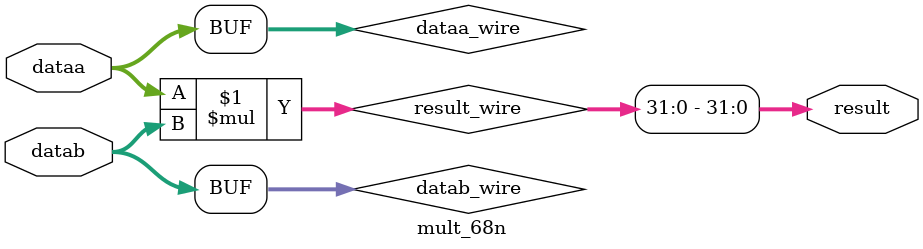
<source format=v>






//synthesis_resources = 
//synopsys translate_off
`timescale 1 ps / 1 ps
//synopsys translate_on
module  mult_68n
	( 
	dataa,
	datab,
	result) /* synthesis synthesis_clearbox=1 */;
	input   [31:0]  dataa;
	input   [31:0]  datab;
	output   [31:0]  result;

	wire [31:0]    dataa_wire;
	wire [31:0]    datab_wire;
	wire [63:0]    result_wire;



	assign dataa_wire = dataa;
	assign datab_wire = datab;
	assign result_wire = dataa_wire * datab_wire;
	assign result = ({result_wire[31:0]});

endmodule //mult_68n
//VALID FILE

</source>
